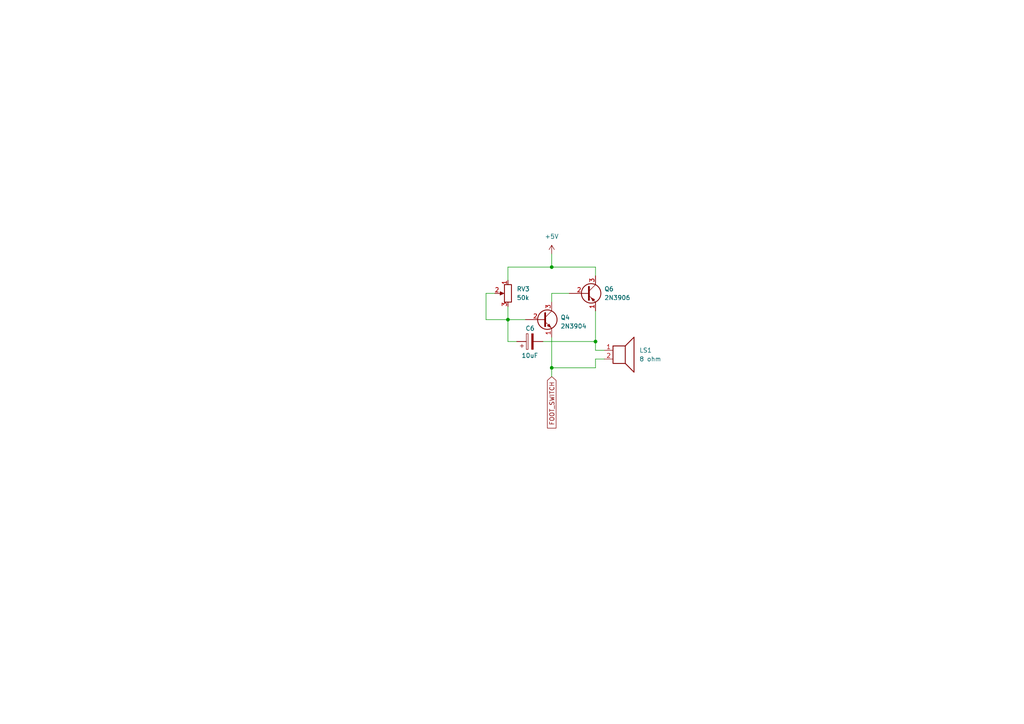
<source format=kicad_sch>
(kicad_sch (version 20231120) (generator "eeschema") (generator_version "8.0")
  (paper "A4")
  (lib_symbols
    (symbol "Device:C_Polarized" (pin_numbers hide) (pin_names (offset 0.254))
      (property "Reference" "C" (at 0.635 2.54 0))
      (property "Value" "C_Polarized" (at 0.635 -2.54 0))
      (symbol "C_Polarized_0_1"
        (rectangle (start -2.286 0.508) (end 2.286 1.016))
        (polyline (pts (xy -1.778 2.286) (xy -0.762 2.286)))
        (polyline (pts (xy -1.27 2.794) (xy -1.27 1.778)))
        (rectangle (start 2.286 -0.508) (end -2.286 -1.016) (fill (type outline)))
      )
      (symbol "C_Polarized_1_1"
        (pin passive line (at 0 3.81 270) (length 2.794) (name "~") (number "1"))
        (pin passive line (at 0 -3.81 90) (length 2.794) (name "~") (number "2"))
      )
    )
    (symbol "Device:R_Potentiometer" (pin_names (offset 1.016) hide)
      (property "Reference" "RV" (at -4.445 0 90))
      (property "Value" "R_Potentiometer" (at -2.54 0 90))
      (symbol "R_Potentiometer_0_1"
        (polyline (pts (xy 2.54 0) (xy 1.524 0)))
        (polyline (pts (xy 1.143 0) (xy 2.286 0.508) (xy 2.286 -0.508) (xy 1.143 0)) (fill (type outline)))
        (rectangle (start 1.016 2.54) (end -1.016 -2.54) (stroke (width 0.254)))
      )
      (symbol "R_Potentiometer_1_1"
        (pin passive line (at 0 3.81 270) (length 1.27) (name "1") (number "1"))
        (pin passive line (at 3.81 0 180) (length 1.27) (name "2") (number "2"))
        (pin passive line (at 0 -3.81 90) (length 1.27) (name "3") (number "3"))
      )
    )
    (symbol "Device:Speaker" (pin_names (offset 0) hide)
      (property "Reference" "LS" (at 1.27 5.715 0))
      (property "Value" "Speaker" (at 1.27 3.81 0))
      (symbol "Speaker_0_0"
        (rectangle (start -2.54 1.27) (end 1.016 -3.81) (stroke (width 0.254)))
        (polyline (pts (xy 1.016 1.27) (xy 3.556 3.81) (xy 3.556 -6.35) (xy 1.016 -3.81)) (stroke (width 0.254)))
      )
      (symbol "Speaker_1_1"
        (pin input line (at -5.08 0 0) (length 2.54) (name "1") (number "1"))
        (pin input line (at -5.08 -2.54 0) (length 2.54) (name "2") (number "2"))
      )
    )
    (symbol "Transistor_BJT:2N3906" (pin_names (offset 0) hide)
      (property "Reference" "Q" (at 5.08 1.905 0))
      (property "Value" "2N3906" (at 5.08 0 0))
      (symbol "2N3906_0_1"
        (polyline (pts (xy 0.635 0.635) (xy 2.54 2.54)))
        (polyline (pts (xy 0.635 -0.635) (xy 2.54 -2.54) (xy 2.54 -2.54)))
        (polyline (pts (xy 0.635 1.905) (xy 0.635 -1.905) (xy 0.635 -1.905)) (stroke (width 0.508)))
        (polyline (pts (xy 2.286 -1.778) (xy 1.778 -2.286) (xy 1.27 -1.27) (xy 2.286 -1.778) (xy 2.286 -1.778)) (fill (type outline)))
        (circle (center 1.27 0) (radius 2.8194) (stroke (width 0.254)))
      )
      (symbol "2N3906_1_1"
        (pin passive line (at 2.54 -5.08 90) (length 2.54) (name "E") (number "1"))
        (pin input line (at -5.08 0 0) (length 5.715) (name "B") (number "2"))
        (pin passive line (at 2.54 5.08 270) (length 2.54) (name "C") (number "3"))
      )
    )
    (symbol "power:+5V" (power) (pin_numbers hide) (pin_names (offset 0) hide)
      (property "Value" "+5V" (at 0 3.556 0))
      (symbol "+5V_0_1"
        (polyline (pts (xy -0.762 1.27) (xy 0 2.54)))
        (polyline (pts (xy 0 0) (xy 0 2.54)))
        (polyline (pts (xy 0 2.54) (xy 0.762 1.27)))
      )
      (symbol "+5V_1_1"
        (pin power_in line (at 0 0 90) (length 0) (name "~") (number "1"))
      )
    )
    (symbol "transistors:2N3904" (pin_names (offset 0) hide)
      (property "Reference" "Q" (at 5.08 1.905 0))
      (property "Value" "2N3904" (at 5.08 0 0))
      (symbol "2N3904_0_1"
        (polyline (pts (xy 0.635 0.635) (xy 2.54 2.54)))
        (polyline (pts (xy 0.635 -0.635) (xy 2.54 -2.54) (xy 2.54 -2.54)))
        (polyline (pts (xy 0.635 1.905) (xy 0.635 -1.905) (xy 0.635 -1.905)) (stroke (width 0.508)))
        (polyline (pts (xy 1.27 -1.778) (xy 1.778 -1.27) (xy 2.286 -2.286) (xy 1.27 -1.778) (xy 1.27 -1.778)) (fill (type outline)))
        (circle (center 1.27 0) (radius 2.8194) (stroke (width 0.254)))
      )
      (symbol "2N3904_1_1"
        (pin passive line (at 2.54 -5.08 90) (length 2.54) (name "E") (number "1"))
        (pin passive line (at -5.08 0 0) (length 5.715) (name "B") (number "2"))
        (pin passive line (at 2.54 5.08 270) (length 2.54) (name "C") (number "3"))
      )
    )
  )
  (junction (at 160.02 77.47))
  (junction (at 160.02 106.68))
  (junction (at 172.72 99.06))
  (junction (at 147.32 92.71))
  (wire (pts (xy 172.72 101.6) (xy 172.72 99.06)))
  (wire (pts (xy 172.72 77.47) (xy 160.02 77.47)))
  (wire (pts (xy 160.02 73.66) (xy 160.02 77.47)))
  (wire (pts (xy 149.86 99.06) (xy 147.32 99.06)))
  (wire (pts (xy 160.02 77.47) (xy 147.32 77.47)))
  (wire (pts (xy 172.72 104.14) (xy 172.72 106.68)))
  (wire (pts (xy 147.32 92.71) (xy 152.4 92.71)))
  (wire (pts (xy 143.51 85.09) (xy 140.97 85.09)))
  (wire (pts (xy 160.02 106.68) (xy 160.02 109.22)))
  (wire (pts (xy 160.02 97.79) (xy 160.02 106.68)))
  (wire (pts (xy 140.97 92.71) (xy 147.32 92.71)))
  (wire (pts (xy 172.72 80.01) (xy 172.72 77.47)))
  (wire (pts (xy 160.02 85.09) (xy 160.02 87.63)))
  (wire (pts (xy 172.72 106.68) (xy 160.02 106.68)))
  (wire (pts (xy 147.32 77.47) (xy 147.32 81.28)))
  (wire (pts (xy 147.32 88.9) (xy 147.32 92.71)))
  (wire (pts (xy 165.1 85.09) (xy 160.02 85.09)))
  (wire (pts (xy 175.26 104.14) (xy 172.72 104.14)))
  (wire (pts (xy 147.32 99.06) (xy 147.32 92.71)))
  (wire (pts (xy 172.72 90.17) (xy 172.72 99.06)))
  (wire (pts (xy 175.26 101.6) (xy 172.72 101.6)))
  (wire (pts (xy 140.97 85.09) (xy 140.97 92.71)))
  (wire (pts (xy 157.48 99.06) (xy 172.72 99.06)))
  (global_label "FOOT_SWITCH" (shape input) (at 160.02 109.22 270) (property "Intersheetrefs" "${INTERSHEET_REFS}" (effects (hide yes))))
  (symbol (lib_id "Device:R_Potentiometer") (at 147.32 85.09 0) (mirror y) (unit 1)
    (property "Reference" "RV3" (at 149.86 83.8199 0) (effects (justify right)))
    (property "Value" "50k" (at 149.86 86.3599 0) (effects (justify right)))
    (property "Description" "Potentiometer" (effects (hide yes)))
  )
  (symbol (lib_id "transistors:2N3904") (at 157.48 92.71 0) (unit 1)
    (property "Reference" "Q4" (at 162.56 92.075 0) (effects (justify left)))
    (property "Value" "2N3904" (at 162.56 94.615 0) (effects (justify left)))
    (property "Footprint" "TO_SOT_Packages_THT:TO-92_Molded_Narrow" (effects (hide yes)))
    (property "Datasheet" "https://www.fairchildsemi.com/datasheets/2N/2N3904.pdf" (effects (hide yes)))
  )
  (symbol (lib_id "Transistor_BJT:2N3906") (at 170.18 85.09 0) (unit 1)
    (property "Reference" "Q6" (at 175.26 83.8199 0) (effects (justify left)))
    (property "Value" "2N3906" (at 175.26 86.3599 0) (effects (justify left)))
    (property "Footprint" "Package_TO_SOT_THT:TO-92_Inline" (effects (hide yes)))
    (property "Datasheet" "https://www.onsemi.com/pub/Collateral/2N3906-D.PDF" (effects (hide yes)))
    (property "Description" "-0.2A Ic, -40V Vce, Small Signal PNP Transistor, TO-92" (effects (hide yes)))
  )
  (symbol (lib_id "Device:Speaker") (at 180.34 101.6 0) (unit 1)
    (property "Reference" "LS1" (at 185.42 101.5999 0) (effects (justify left)))
    (property "Value" "8 ohm" (at 185.42 104.1399 0) (effects (justify left)))
    (property "Description" "Speaker" (effects (hide yes)))
  )
  (symbol (lib_id "Device:C_Polarized") (at 153.67 99.06 90) (unit 1)
    (property "Reference" "C6" (at 152.4 95.25 90) (effects (justify right)))
    (property "Value" "10uF" (at 153.67 103.124 90))
    (property "Description" "Polarized capacitor" (effects (hide yes)))
  )
  (symbol (lib_id "power:+5V") (at 160.02 73.66 0) (unit 1)
    (property "Reference" "#PWR040" (effects (hide yes)))
    (property "Value" "+5V" (at 160.02 68.58 0))
    (property "Description" "Power symbol creates a global label with name \"+5V\"" (effects (hide yes)))
  )
)
</source>
